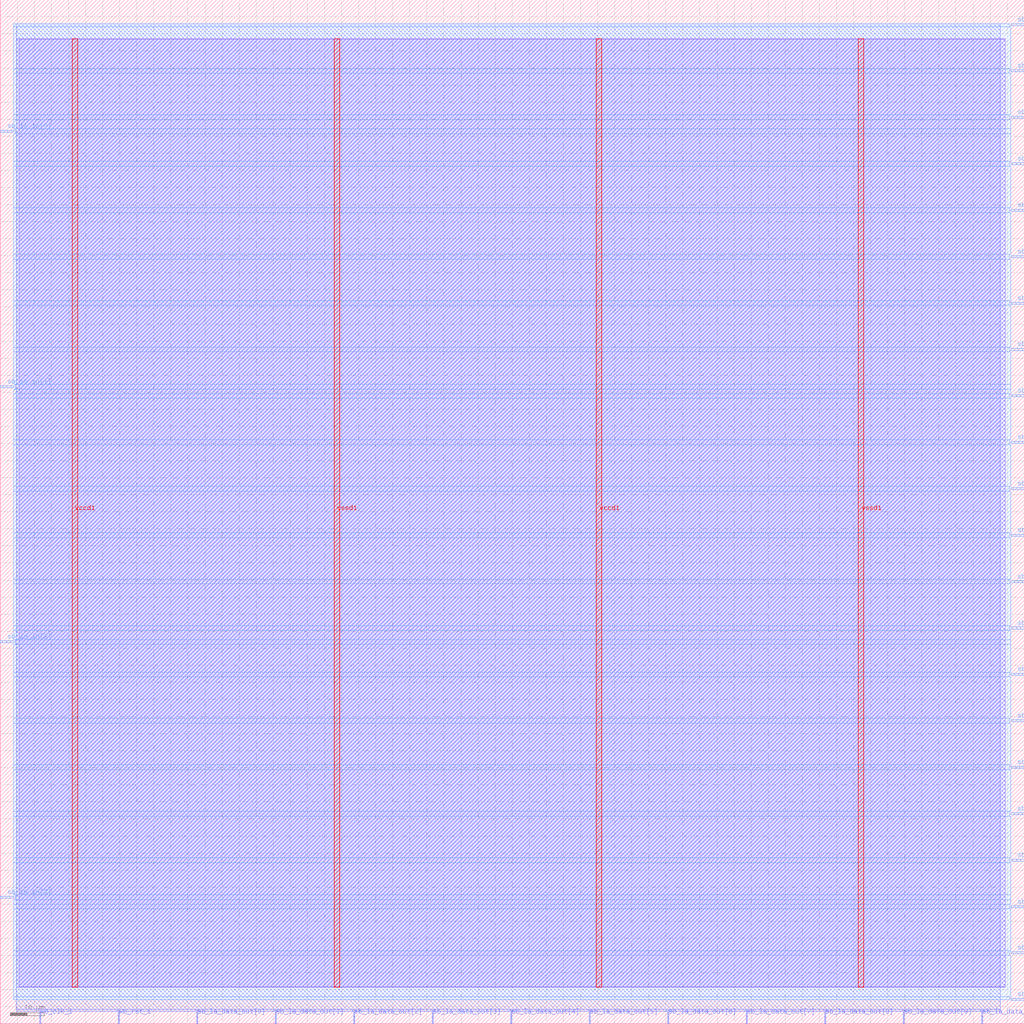
<source format=lef>
VERSION 5.7 ;
  NOWIREEXTENSIONATPIN ON ;
  DIVIDERCHAR "/" ;
  BUSBITCHARS "[]" ;
MACRO scoreboard_top
  CLASS BLOCK ;
  FOREIGN scoreboard_top ;
  ORIGIN 0.000 0.000 ;
  SIZE 300.000 BY 300.000 ;
  PIN sb_io_in[0]
    DIRECTION INPUT ;
    USE SIGNAL ;
    ANTENNAGATEAREA 0.213000 ;
    PORT
      LAYER met3 ;
        RECT 0.000 261.160 4.000 261.760 ;
    END
  END sb_io_in[0]
  PIN sb_io_in[1]
    DIRECTION INPUT ;
    USE SIGNAL ;
    ANTENNAGATEAREA 0.159000 ;
    PORT
      LAYER met3 ;
        RECT 0.000 186.360 4.000 186.960 ;
    END
  END sb_io_in[1]
  PIN sb_io_in[2]
    DIRECTION INPUT ;
    USE SIGNAL ;
    ANTENNAGATEAREA 0.196500 ;
    PORT
      LAYER met3 ;
        RECT 0.000 111.560 4.000 112.160 ;
    END
  END sb_io_in[2]
  PIN sb_io_in[3]
    DIRECTION INPUT ;
    USE SIGNAL ;
    ANTENNAGATEAREA 0.196500 ;
    PORT
      LAYER met3 ;
        RECT 0.000 36.760 4.000 37.360 ;
    END
  END sb_io_in[3]
  PIN sb_io_oeb[0]
    DIRECTION OUTPUT TRISTATE ;
    USE SIGNAL ;
    PORT
      LAYER met3 ;
        RECT 296.000 278.840 300.000 279.440 ;
    END
  END sb_io_oeb[0]
  PIN sb_io_oeb[10]
    DIRECTION OUTPUT TRISTATE ;
    USE SIGNAL ;
    PORT
      LAYER met3 ;
        RECT 296.000 6.840 300.000 7.440 ;
    END
  END sb_io_oeb[10]
  PIN sb_io_oeb[1]
    DIRECTION OUTPUT TRISTATE ;
    USE SIGNAL ;
    PORT
      LAYER met3 ;
        RECT 296.000 251.640 300.000 252.240 ;
    END
  END sb_io_oeb[1]
  PIN sb_io_oeb[2]
    DIRECTION OUTPUT TRISTATE ;
    USE SIGNAL ;
    PORT
      LAYER met3 ;
        RECT 296.000 224.440 300.000 225.040 ;
    END
  END sb_io_oeb[2]
  PIN sb_io_oeb[3]
    DIRECTION OUTPUT TRISTATE ;
    USE SIGNAL ;
    PORT
      LAYER met3 ;
        RECT 296.000 197.240 300.000 197.840 ;
    END
  END sb_io_oeb[3]
  PIN sb_io_oeb[4]
    DIRECTION OUTPUT TRISTATE ;
    USE SIGNAL ;
    PORT
      LAYER met3 ;
        RECT 296.000 170.040 300.000 170.640 ;
    END
  END sb_io_oeb[4]
  PIN sb_io_oeb[5]
    DIRECTION OUTPUT TRISTATE ;
    USE SIGNAL ;
    PORT
      LAYER met3 ;
        RECT 296.000 142.840 300.000 143.440 ;
    END
  END sb_io_oeb[5]
  PIN sb_io_oeb[6]
    DIRECTION OUTPUT TRISTATE ;
    USE SIGNAL ;
    PORT
      LAYER met3 ;
        RECT 296.000 115.640 300.000 116.240 ;
    END
  END sb_io_oeb[6]
  PIN sb_io_oeb[7]
    DIRECTION OUTPUT TRISTATE ;
    USE SIGNAL ;
    PORT
      LAYER met3 ;
        RECT 296.000 88.440 300.000 89.040 ;
    END
  END sb_io_oeb[7]
  PIN sb_io_oeb[8]
    DIRECTION OUTPUT TRISTATE ;
    USE SIGNAL ;
    PORT
      LAYER met3 ;
        RECT 296.000 61.240 300.000 61.840 ;
    END
  END sb_io_oeb[8]
  PIN sb_io_oeb[9]
    DIRECTION OUTPUT TRISTATE ;
    USE SIGNAL ;
    PORT
      LAYER met3 ;
        RECT 296.000 34.040 300.000 34.640 ;
    END
  END sb_io_oeb[9]
  PIN sb_io_out[0]
    DIRECTION OUTPUT TRISTATE ;
    USE SIGNAL ;
    ANTENNADIFFAREA 2.673000 ;
    PORT
      LAYER met3 ;
        RECT 296.000 292.440 300.000 293.040 ;
    END
  END sb_io_out[0]
  PIN sb_io_out[10]
    DIRECTION OUTPUT TRISTATE ;
    USE SIGNAL ;
    ANTENNADIFFAREA 2.673000 ;
    PORT
      LAYER met3 ;
        RECT 296.000 20.440 300.000 21.040 ;
    END
  END sb_io_out[10]
  PIN sb_io_out[1]
    DIRECTION OUTPUT TRISTATE ;
    USE SIGNAL ;
    ANTENNADIFFAREA 2.673000 ;
    PORT
      LAYER met3 ;
        RECT 296.000 265.240 300.000 265.840 ;
    END
  END sb_io_out[1]
  PIN sb_io_out[2]
    DIRECTION OUTPUT TRISTATE ;
    USE SIGNAL ;
    ANTENNADIFFAREA 2.673000 ;
    PORT
      LAYER met3 ;
        RECT 296.000 238.040 300.000 238.640 ;
    END
  END sb_io_out[2]
  PIN sb_io_out[3]
    DIRECTION OUTPUT TRISTATE ;
    USE SIGNAL ;
    ANTENNADIFFAREA 2.673000 ;
    PORT
      LAYER met3 ;
        RECT 296.000 210.840 300.000 211.440 ;
    END
  END sb_io_out[3]
  PIN sb_io_out[4]
    DIRECTION OUTPUT TRISTATE ;
    USE SIGNAL ;
    ANTENNADIFFAREA 2.673000 ;
    PORT
      LAYER met3 ;
        RECT 296.000 183.640 300.000 184.240 ;
    END
  END sb_io_out[4]
  PIN sb_io_out[5]
    DIRECTION OUTPUT TRISTATE ;
    USE SIGNAL ;
    ANTENNADIFFAREA 2.673000 ;
    PORT
      LAYER met3 ;
        RECT 296.000 156.440 300.000 157.040 ;
    END
  END sb_io_out[5]
  PIN sb_io_out[6]
    DIRECTION OUTPUT TRISTATE ;
    USE SIGNAL ;
    ANTENNADIFFAREA 2.673000 ;
    PORT
      LAYER met3 ;
        RECT 296.000 129.240 300.000 129.840 ;
    END
  END sb_io_out[6]
  PIN sb_io_out[7]
    DIRECTION OUTPUT TRISTATE ;
    USE SIGNAL ;
    ANTENNADIFFAREA 2.673000 ;
    PORT
      LAYER met3 ;
        RECT 296.000 102.040 300.000 102.640 ;
    END
  END sb_io_out[7]
  PIN sb_io_out[8]
    DIRECTION OUTPUT TRISTATE ;
    USE SIGNAL ;
    ANTENNADIFFAREA 2.673000 ;
    PORT
      LAYER met3 ;
        RECT 296.000 74.840 300.000 75.440 ;
    END
  END sb_io_out[8]
  PIN sb_io_out[9]
    DIRECTION OUTPUT TRISTATE ;
    USE SIGNAL ;
    ANTENNADIFFAREA 2.673000 ;
    PORT
      LAYER met3 ;
        RECT 296.000 47.640 300.000 48.240 ;
    END
  END sb_io_out[9]
  PIN sb_la_data_out[0]
    DIRECTION OUTPUT TRISTATE ;
    USE SIGNAL ;
    ANTENNADIFFAREA 2.673000 ;
    PORT
      LAYER met2 ;
        RECT 57.590 0.000 57.870 4.000 ;
    END
  END sb_la_data_out[0]
  PIN sb_la_data_out[10]
    DIRECTION OUTPUT TRISTATE ;
    USE SIGNAL ;
    ANTENNADIFFAREA 2.673000 ;
    PORT
      LAYER met2 ;
        RECT 287.590 0.000 287.870 4.000 ;
    END
  END sb_la_data_out[10]
  PIN sb_la_data_out[1]
    DIRECTION OUTPUT TRISTATE ;
    USE SIGNAL ;
    ANTENNADIFFAREA 2.673000 ;
    PORT
      LAYER met2 ;
        RECT 80.590 0.000 80.870 4.000 ;
    END
  END sb_la_data_out[1]
  PIN sb_la_data_out[2]
    DIRECTION OUTPUT TRISTATE ;
    USE SIGNAL ;
    ANTENNADIFFAREA 2.673000 ;
    PORT
      LAYER met2 ;
        RECT 103.590 0.000 103.870 4.000 ;
    END
  END sb_la_data_out[2]
  PIN sb_la_data_out[3]
    DIRECTION OUTPUT TRISTATE ;
    USE SIGNAL ;
    ANTENNADIFFAREA 2.673000 ;
    PORT
      LAYER met2 ;
        RECT 126.590 0.000 126.870 4.000 ;
    END
  END sb_la_data_out[3]
  PIN sb_la_data_out[4]
    DIRECTION OUTPUT TRISTATE ;
    USE SIGNAL ;
    ANTENNADIFFAREA 2.673000 ;
    PORT
      LAYER met2 ;
        RECT 149.590 0.000 149.870 4.000 ;
    END
  END sb_la_data_out[4]
  PIN sb_la_data_out[5]
    DIRECTION OUTPUT TRISTATE ;
    USE SIGNAL ;
    ANTENNADIFFAREA 2.673000 ;
    PORT
      LAYER met2 ;
        RECT 172.590 0.000 172.870 4.000 ;
    END
  END sb_la_data_out[5]
  PIN sb_la_data_out[6]
    DIRECTION OUTPUT TRISTATE ;
    USE SIGNAL ;
    ANTENNADIFFAREA 2.673000 ;
    PORT
      LAYER met2 ;
        RECT 195.590 0.000 195.870 4.000 ;
    END
  END sb_la_data_out[6]
  PIN sb_la_data_out[7]
    DIRECTION OUTPUT TRISTATE ;
    USE SIGNAL ;
    ANTENNADIFFAREA 2.673000 ;
    PORT
      LAYER met2 ;
        RECT 218.590 0.000 218.870 4.000 ;
    END
  END sb_la_data_out[7]
  PIN sb_la_data_out[8]
    DIRECTION OUTPUT TRISTATE ;
    USE SIGNAL ;
    ANTENNADIFFAREA 2.673000 ;
    PORT
      LAYER met2 ;
        RECT 241.590 0.000 241.870 4.000 ;
    END
  END sb_la_data_out[8]
  PIN sb_la_data_out[9]
    DIRECTION OUTPUT TRISTATE ;
    USE SIGNAL ;
    ANTENNADIFFAREA 2.673000 ;
    PORT
      LAYER met2 ;
        RECT 264.590 0.000 264.870 4.000 ;
    END
  END sb_la_data_out[9]
  PIN vccd1
    DIRECTION INOUT ;
    USE POWER ;
    PORT
      LAYER met4 ;
        RECT 21.040 10.640 22.640 288.560 ;
    END
    PORT
      LAYER met4 ;
        RECT 174.640 10.640 176.240 288.560 ;
    END
  END vccd1
  PIN vssd1
    DIRECTION INOUT ;
    USE GROUND ;
    PORT
      LAYER met4 ;
        RECT 97.840 10.640 99.440 288.560 ;
    END
    PORT
      LAYER met4 ;
        RECT 251.440 10.640 253.040 288.560 ;
    END
  END vssd1
  PIN wb_clk_i
    DIRECTION INPUT ;
    USE SIGNAL ;
    ANTENNAGATEAREA 0.852000 ;
    PORT
      LAYER met2 ;
        RECT 11.590 0.000 11.870 4.000 ;
    END
  END wb_clk_i
  PIN wb_rst_i
    DIRECTION INPUT ;
    USE SIGNAL ;
    ANTENNAGATEAREA 0.196500 ;
    PORT
      LAYER met2 ;
        RECT 34.590 0.000 34.870 4.000 ;
    END
  END wb_rst_i
  OBS
      LAYER li1 ;
        RECT 5.520 10.795 294.400 288.405 ;
      LAYER met1 ;
        RECT 4.670 10.640 294.400 288.560 ;
      LAYER met2 ;
        RECT 4.690 4.280 292.930 292.925 ;
        RECT 4.690 3.670 11.310 4.280 ;
        RECT 12.150 3.670 34.310 4.280 ;
        RECT 35.150 3.670 57.310 4.280 ;
        RECT 58.150 3.670 80.310 4.280 ;
        RECT 81.150 3.670 103.310 4.280 ;
        RECT 104.150 3.670 126.310 4.280 ;
        RECT 127.150 3.670 149.310 4.280 ;
        RECT 150.150 3.670 172.310 4.280 ;
        RECT 173.150 3.670 195.310 4.280 ;
        RECT 196.150 3.670 218.310 4.280 ;
        RECT 219.150 3.670 241.310 4.280 ;
        RECT 242.150 3.670 264.310 4.280 ;
        RECT 265.150 3.670 287.310 4.280 ;
        RECT 288.150 3.670 292.930 4.280 ;
      LAYER met3 ;
        RECT 4.000 292.040 295.600 292.905 ;
        RECT 4.000 279.840 296.000 292.040 ;
        RECT 4.000 278.440 295.600 279.840 ;
        RECT 4.000 266.240 296.000 278.440 ;
        RECT 4.000 264.840 295.600 266.240 ;
        RECT 4.000 262.160 296.000 264.840 ;
        RECT 4.400 260.760 296.000 262.160 ;
        RECT 4.000 252.640 296.000 260.760 ;
        RECT 4.000 251.240 295.600 252.640 ;
        RECT 4.000 239.040 296.000 251.240 ;
        RECT 4.000 237.640 295.600 239.040 ;
        RECT 4.000 225.440 296.000 237.640 ;
        RECT 4.000 224.040 295.600 225.440 ;
        RECT 4.000 211.840 296.000 224.040 ;
        RECT 4.000 210.440 295.600 211.840 ;
        RECT 4.000 198.240 296.000 210.440 ;
        RECT 4.000 196.840 295.600 198.240 ;
        RECT 4.000 187.360 296.000 196.840 ;
        RECT 4.400 185.960 296.000 187.360 ;
        RECT 4.000 184.640 296.000 185.960 ;
        RECT 4.000 183.240 295.600 184.640 ;
        RECT 4.000 171.040 296.000 183.240 ;
        RECT 4.000 169.640 295.600 171.040 ;
        RECT 4.000 157.440 296.000 169.640 ;
        RECT 4.000 156.040 295.600 157.440 ;
        RECT 4.000 143.840 296.000 156.040 ;
        RECT 4.000 142.440 295.600 143.840 ;
        RECT 4.000 130.240 296.000 142.440 ;
        RECT 4.000 128.840 295.600 130.240 ;
        RECT 4.000 116.640 296.000 128.840 ;
        RECT 4.000 115.240 295.600 116.640 ;
        RECT 4.000 112.560 296.000 115.240 ;
        RECT 4.400 111.160 296.000 112.560 ;
        RECT 4.000 103.040 296.000 111.160 ;
        RECT 4.000 101.640 295.600 103.040 ;
        RECT 4.000 89.440 296.000 101.640 ;
        RECT 4.000 88.040 295.600 89.440 ;
        RECT 4.000 75.840 296.000 88.040 ;
        RECT 4.000 74.440 295.600 75.840 ;
        RECT 4.000 62.240 296.000 74.440 ;
        RECT 4.000 60.840 295.600 62.240 ;
        RECT 4.000 48.640 296.000 60.840 ;
        RECT 4.000 47.240 295.600 48.640 ;
        RECT 4.000 37.760 296.000 47.240 ;
        RECT 4.400 36.360 296.000 37.760 ;
        RECT 4.000 35.040 296.000 36.360 ;
        RECT 4.000 33.640 295.600 35.040 ;
        RECT 4.000 21.440 296.000 33.640 ;
        RECT 4.000 20.040 295.600 21.440 ;
        RECT 4.000 7.840 296.000 20.040 ;
        RECT 4.000 6.975 295.600 7.840 ;
  END
END scoreboard_top
END LIBRARY


</source>
